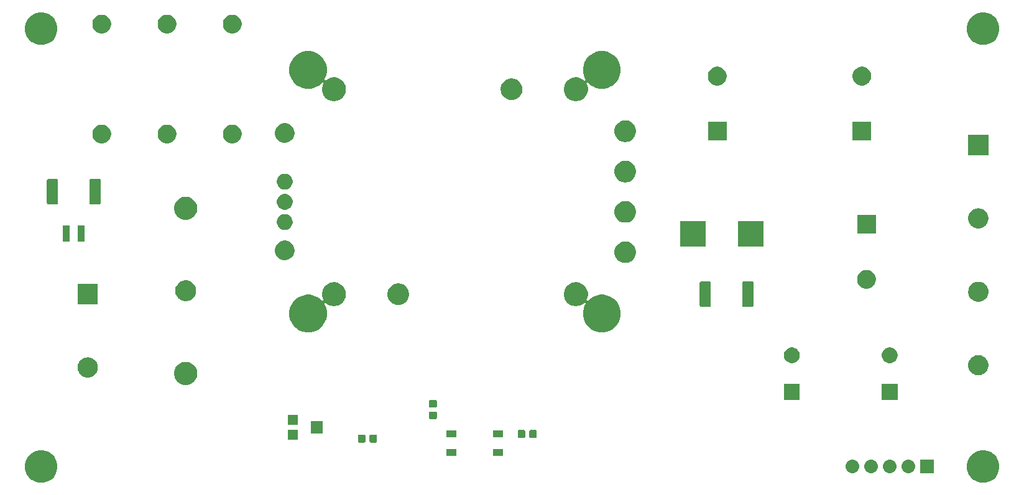
<source format=gbr>
G04 #@! TF.GenerationSoftware,KiCad,Pcbnew,(5.0.2)-1*
G04 #@! TF.CreationDate,2019-02-08T17:58:05-05:00*
G04 #@! TF.ProjectId,DC_DCBoard,44435f44-4342-46f6-9172-642e6b696361,rev?*
G04 #@! TF.SameCoordinates,Original*
G04 #@! TF.FileFunction,Soldermask,Top*
G04 #@! TF.FilePolarity,Negative*
%FSLAX46Y46*%
G04 Gerber Fmt 4.6, Leading zero omitted, Abs format (unit mm)*
G04 Created by KiCad (PCBNEW (5.0.2)-1) date 2/8/2019 5:58:05 PM*
%MOMM*%
%LPD*%
G01*
G04 APERTURE LIST*
%ADD10C,0.100000*%
G04 APERTURE END LIST*
D10*
G36*
X190145466Y-129230974D02*
X190514359Y-129304351D01*
X190919501Y-129472167D01*
X191284120Y-129715797D01*
X191594203Y-130025880D01*
X191837833Y-130390499D01*
X192005649Y-130795641D01*
X192091200Y-131225738D01*
X192091200Y-131664262D01*
X192005649Y-132094359D01*
X191837833Y-132499501D01*
X191594203Y-132864120D01*
X191284120Y-133174203D01*
X190919501Y-133417833D01*
X190514359Y-133585649D01*
X190145466Y-133659026D01*
X190084263Y-133671200D01*
X189645737Y-133671200D01*
X189584534Y-133659026D01*
X189215641Y-133585649D01*
X188810499Y-133417833D01*
X188445880Y-133174203D01*
X188135797Y-132864120D01*
X187892167Y-132499501D01*
X187724351Y-132094359D01*
X187638800Y-131664262D01*
X187638800Y-131225738D01*
X187724351Y-130795641D01*
X187892167Y-130390499D01*
X188135797Y-130025880D01*
X188445880Y-129715797D01*
X188810499Y-129472167D01*
X189215641Y-129304351D01*
X189584534Y-129230974D01*
X189645737Y-129218800D01*
X190084263Y-129218800D01*
X190145466Y-129230974D01*
X190145466Y-129230974D01*
G37*
G36*
X61875466Y-129230974D02*
X62244359Y-129304351D01*
X62649501Y-129472167D01*
X63014120Y-129715797D01*
X63324203Y-130025880D01*
X63567833Y-130390499D01*
X63735649Y-130795641D01*
X63821200Y-131225738D01*
X63821200Y-131664262D01*
X63735649Y-132094359D01*
X63567833Y-132499501D01*
X63324203Y-132864120D01*
X63014120Y-133174203D01*
X62649501Y-133417833D01*
X62244359Y-133585649D01*
X61875466Y-133659026D01*
X61814263Y-133671200D01*
X61375737Y-133671200D01*
X61314534Y-133659026D01*
X60945641Y-133585649D01*
X60540499Y-133417833D01*
X60175880Y-133174203D01*
X59865797Y-132864120D01*
X59622167Y-132499501D01*
X59454351Y-132094359D01*
X59368800Y-131664262D01*
X59368800Y-131225738D01*
X59454351Y-130795641D01*
X59622167Y-130390499D01*
X59865797Y-130025880D01*
X60175880Y-129715797D01*
X60540499Y-129472167D01*
X60945641Y-129304351D01*
X61314534Y-129230974D01*
X61375737Y-129218800D01*
X61814263Y-129218800D01*
X61875466Y-129230974D01*
X61875466Y-129230974D01*
G37*
G36*
X179886563Y-130532201D02*
X179886566Y-130532202D01*
X179886567Y-130532202D01*
X180061156Y-130585163D01*
X180061158Y-130585164D01*
X180061161Y-130585165D01*
X180222059Y-130671166D01*
X180363091Y-130786909D01*
X180478834Y-130927941D01*
X180564835Y-131088839D01*
X180617799Y-131263437D01*
X180635681Y-131445000D01*
X180617799Y-131626563D01*
X180564835Y-131801161D01*
X180478834Y-131962059D01*
X180363091Y-132103091D01*
X180222059Y-132218834D01*
X180061161Y-132304835D01*
X180061158Y-132304836D01*
X180061156Y-132304837D01*
X179886567Y-132357798D01*
X179886566Y-132357798D01*
X179886563Y-132357799D01*
X179750500Y-132371200D01*
X179659500Y-132371200D01*
X179523437Y-132357799D01*
X179523434Y-132357798D01*
X179523433Y-132357798D01*
X179348844Y-132304837D01*
X179348842Y-132304836D01*
X179348839Y-132304835D01*
X179187941Y-132218834D01*
X179046909Y-132103091D01*
X178931166Y-131962059D01*
X178845165Y-131801161D01*
X178792201Y-131626563D01*
X178774319Y-131445000D01*
X178792201Y-131263437D01*
X178845165Y-131088839D01*
X178931166Y-130927941D01*
X179046909Y-130786909D01*
X179187941Y-130671166D01*
X179348839Y-130585165D01*
X179348842Y-130585164D01*
X179348844Y-130585163D01*
X179523433Y-130532202D01*
X179523434Y-130532202D01*
X179523437Y-130532201D01*
X179659500Y-130518800D01*
X179750500Y-130518800D01*
X179886563Y-130532201D01*
X179886563Y-130532201D01*
G37*
G36*
X183171200Y-132371200D02*
X181318800Y-132371200D01*
X181318800Y-130518800D01*
X183171200Y-130518800D01*
X183171200Y-132371200D01*
X183171200Y-132371200D01*
G37*
G36*
X172266563Y-130532201D02*
X172266566Y-130532202D01*
X172266567Y-130532202D01*
X172441156Y-130585163D01*
X172441158Y-130585164D01*
X172441161Y-130585165D01*
X172602059Y-130671166D01*
X172743091Y-130786909D01*
X172858834Y-130927941D01*
X172944835Y-131088839D01*
X172997799Y-131263437D01*
X173015681Y-131445000D01*
X172997799Y-131626563D01*
X172944835Y-131801161D01*
X172858834Y-131962059D01*
X172743091Y-132103091D01*
X172602059Y-132218834D01*
X172441161Y-132304835D01*
X172441158Y-132304836D01*
X172441156Y-132304837D01*
X172266567Y-132357798D01*
X172266566Y-132357798D01*
X172266563Y-132357799D01*
X172130500Y-132371200D01*
X172039500Y-132371200D01*
X171903437Y-132357799D01*
X171903434Y-132357798D01*
X171903433Y-132357798D01*
X171728844Y-132304837D01*
X171728842Y-132304836D01*
X171728839Y-132304835D01*
X171567941Y-132218834D01*
X171426909Y-132103091D01*
X171311166Y-131962059D01*
X171225165Y-131801161D01*
X171172201Y-131626563D01*
X171154319Y-131445000D01*
X171172201Y-131263437D01*
X171225165Y-131088839D01*
X171311166Y-130927941D01*
X171426909Y-130786909D01*
X171567941Y-130671166D01*
X171728839Y-130585165D01*
X171728842Y-130585164D01*
X171728844Y-130585163D01*
X171903433Y-130532202D01*
X171903434Y-130532202D01*
X171903437Y-130532201D01*
X172039500Y-130518800D01*
X172130500Y-130518800D01*
X172266563Y-130532201D01*
X172266563Y-130532201D01*
G37*
G36*
X174806563Y-130532201D02*
X174806566Y-130532202D01*
X174806567Y-130532202D01*
X174981156Y-130585163D01*
X174981158Y-130585164D01*
X174981161Y-130585165D01*
X175142059Y-130671166D01*
X175283091Y-130786909D01*
X175398834Y-130927941D01*
X175484835Y-131088839D01*
X175537799Y-131263437D01*
X175555681Y-131445000D01*
X175537799Y-131626563D01*
X175484835Y-131801161D01*
X175398834Y-131962059D01*
X175283091Y-132103091D01*
X175142059Y-132218834D01*
X174981161Y-132304835D01*
X174981158Y-132304836D01*
X174981156Y-132304837D01*
X174806567Y-132357798D01*
X174806566Y-132357798D01*
X174806563Y-132357799D01*
X174670500Y-132371200D01*
X174579500Y-132371200D01*
X174443437Y-132357799D01*
X174443434Y-132357798D01*
X174443433Y-132357798D01*
X174268844Y-132304837D01*
X174268842Y-132304836D01*
X174268839Y-132304835D01*
X174107941Y-132218834D01*
X173966909Y-132103091D01*
X173851166Y-131962059D01*
X173765165Y-131801161D01*
X173712201Y-131626563D01*
X173694319Y-131445000D01*
X173712201Y-131263437D01*
X173765165Y-131088839D01*
X173851166Y-130927941D01*
X173966909Y-130786909D01*
X174107941Y-130671166D01*
X174268839Y-130585165D01*
X174268842Y-130585164D01*
X174268844Y-130585163D01*
X174443433Y-130532202D01*
X174443434Y-130532202D01*
X174443437Y-130532201D01*
X174579500Y-130518800D01*
X174670500Y-130518800D01*
X174806563Y-130532201D01*
X174806563Y-130532201D01*
G37*
G36*
X177346563Y-130532201D02*
X177346566Y-130532202D01*
X177346567Y-130532202D01*
X177521156Y-130585163D01*
X177521158Y-130585164D01*
X177521161Y-130585165D01*
X177682059Y-130671166D01*
X177823091Y-130786909D01*
X177938834Y-130927941D01*
X178024835Y-131088839D01*
X178077799Y-131263437D01*
X178095681Y-131445000D01*
X178077799Y-131626563D01*
X178024835Y-131801161D01*
X177938834Y-131962059D01*
X177823091Y-132103091D01*
X177682059Y-132218834D01*
X177521161Y-132304835D01*
X177521158Y-132304836D01*
X177521156Y-132304837D01*
X177346567Y-132357798D01*
X177346566Y-132357798D01*
X177346563Y-132357799D01*
X177210500Y-132371200D01*
X177119500Y-132371200D01*
X176983437Y-132357799D01*
X176983434Y-132357798D01*
X176983433Y-132357798D01*
X176808844Y-132304837D01*
X176808842Y-132304836D01*
X176808839Y-132304835D01*
X176647941Y-132218834D01*
X176506909Y-132103091D01*
X176391166Y-131962059D01*
X176305165Y-131801161D01*
X176252201Y-131626563D01*
X176234319Y-131445000D01*
X176252201Y-131263437D01*
X176305165Y-131088839D01*
X176391166Y-130927941D01*
X176506909Y-130786909D01*
X176647941Y-130671166D01*
X176808839Y-130585165D01*
X176808842Y-130585164D01*
X176808844Y-130585163D01*
X176983433Y-130532202D01*
X176983434Y-130532202D01*
X176983437Y-130532201D01*
X177119500Y-130518800D01*
X177210500Y-130518800D01*
X177346563Y-130532201D01*
X177346563Y-130532201D01*
G37*
G36*
X124451200Y-130016200D02*
X123098800Y-130016200D01*
X123098800Y-129063800D01*
X124451200Y-129063800D01*
X124451200Y-130016200D01*
X124451200Y-130016200D01*
G37*
G36*
X118151200Y-130016200D02*
X116798800Y-130016200D01*
X116798800Y-129063800D01*
X118151200Y-129063800D01*
X118151200Y-130016200D01*
X118151200Y-130016200D01*
G37*
G36*
X107189649Y-127088127D02*
X107225991Y-127099152D01*
X107259490Y-127117058D01*
X107288849Y-127141151D01*
X107312942Y-127170510D01*
X107330848Y-127204009D01*
X107341873Y-127240351D01*
X107346200Y-127284290D01*
X107346200Y-127985710D01*
X107341873Y-128029649D01*
X107330848Y-128065991D01*
X107312942Y-128099490D01*
X107288849Y-128128849D01*
X107259490Y-128152942D01*
X107225991Y-128170848D01*
X107189649Y-128181873D01*
X107145710Y-128186200D01*
X106519290Y-128186200D01*
X106475351Y-128181873D01*
X106439009Y-128170848D01*
X106405510Y-128152942D01*
X106376151Y-128128849D01*
X106352058Y-128099490D01*
X106334152Y-128065991D01*
X106323127Y-128029649D01*
X106318800Y-127985710D01*
X106318800Y-127284290D01*
X106323127Y-127240351D01*
X106334152Y-127204009D01*
X106352058Y-127170510D01*
X106376151Y-127141151D01*
X106405510Y-127117058D01*
X106439009Y-127099152D01*
X106475351Y-127088127D01*
X106519290Y-127083800D01*
X107145710Y-127083800D01*
X107189649Y-127088127D01*
X107189649Y-127088127D01*
G37*
G36*
X105614649Y-127088127D02*
X105650991Y-127099152D01*
X105684490Y-127117058D01*
X105713849Y-127141151D01*
X105737942Y-127170510D01*
X105755848Y-127204009D01*
X105766873Y-127240351D01*
X105771200Y-127284290D01*
X105771200Y-127985710D01*
X105766873Y-128029649D01*
X105755848Y-128065991D01*
X105737942Y-128099490D01*
X105713849Y-128128849D01*
X105684490Y-128152942D01*
X105650991Y-128170848D01*
X105614649Y-128181873D01*
X105570710Y-128186200D01*
X104944290Y-128186200D01*
X104900351Y-128181873D01*
X104864009Y-128170848D01*
X104830510Y-128152942D01*
X104801151Y-128128849D01*
X104777058Y-128099490D01*
X104759152Y-128065991D01*
X104748127Y-128029649D01*
X104743800Y-127985710D01*
X104743800Y-127284290D01*
X104748127Y-127240351D01*
X104759152Y-127204009D01*
X104777058Y-127170510D01*
X104801151Y-127141151D01*
X104830510Y-127117058D01*
X104864009Y-127099152D01*
X104900351Y-127088127D01*
X104944290Y-127083800D01*
X105570710Y-127083800D01*
X105614649Y-127088127D01*
X105614649Y-127088127D01*
G37*
G36*
X96561200Y-127771200D02*
X95208800Y-127771200D01*
X95208800Y-126418800D01*
X96561200Y-126418800D01*
X96561200Y-127771200D01*
X96561200Y-127771200D01*
G37*
G36*
X128932149Y-126453127D02*
X128968491Y-126464152D01*
X129001990Y-126482058D01*
X129031349Y-126506151D01*
X129055442Y-126535510D01*
X129073348Y-126569009D01*
X129084373Y-126605351D01*
X129088700Y-126649290D01*
X129088700Y-127350710D01*
X129084373Y-127394649D01*
X129073348Y-127430991D01*
X129055442Y-127464490D01*
X129031349Y-127493849D01*
X129001990Y-127517942D01*
X128968491Y-127535848D01*
X128932149Y-127546873D01*
X128888210Y-127551200D01*
X128261790Y-127551200D01*
X128217851Y-127546873D01*
X128181509Y-127535848D01*
X128148010Y-127517942D01*
X128118651Y-127493849D01*
X128094558Y-127464490D01*
X128076652Y-127430991D01*
X128065627Y-127394649D01*
X128061300Y-127350710D01*
X128061300Y-126649290D01*
X128065627Y-126605351D01*
X128076652Y-126569009D01*
X128094558Y-126535510D01*
X128118651Y-126506151D01*
X128148010Y-126482058D01*
X128181509Y-126464152D01*
X128217851Y-126453127D01*
X128261790Y-126448800D01*
X128888210Y-126448800D01*
X128932149Y-126453127D01*
X128932149Y-126453127D01*
G37*
G36*
X127357149Y-126453127D02*
X127393491Y-126464152D01*
X127426990Y-126482058D01*
X127456349Y-126506151D01*
X127480442Y-126535510D01*
X127498348Y-126569009D01*
X127509373Y-126605351D01*
X127513700Y-126649290D01*
X127513700Y-127350710D01*
X127509373Y-127394649D01*
X127498348Y-127430991D01*
X127480442Y-127464490D01*
X127456349Y-127493849D01*
X127426990Y-127517942D01*
X127393491Y-127535848D01*
X127357149Y-127546873D01*
X127313210Y-127551200D01*
X126686790Y-127551200D01*
X126642851Y-127546873D01*
X126606509Y-127535848D01*
X126573010Y-127517942D01*
X126543651Y-127493849D01*
X126519558Y-127464490D01*
X126501652Y-127430991D01*
X126490627Y-127394649D01*
X126486300Y-127350710D01*
X126486300Y-126649290D01*
X126490627Y-126605351D01*
X126501652Y-126569009D01*
X126519558Y-126535510D01*
X126543651Y-126506151D01*
X126573010Y-126482058D01*
X126606509Y-126464152D01*
X126642851Y-126453127D01*
X126686790Y-126448800D01*
X127313210Y-126448800D01*
X127357149Y-126453127D01*
X127357149Y-126453127D01*
G37*
G36*
X118151200Y-127476200D02*
X116798800Y-127476200D01*
X116798800Y-126523800D01*
X118151200Y-126523800D01*
X118151200Y-127476200D01*
X118151200Y-127476200D01*
G37*
G36*
X124451200Y-127476200D02*
X123098800Y-127476200D01*
X123098800Y-126523800D01*
X124451200Y-126523800D01*
X124451200Y-127476200D01*
X124451200Y-127476200D01*
G37*
G36*
X99961200Y-126971200D02*
X98308800Y-126971200D01*
X98308800Y-125218800D01*
X99961200Y-125218800D01*
X99961200Y-126971200D01*
X99961200Y-126971200D01*
G37*
G36*
X96561200Y-125771200D02*
X95208800Y-125771200D01*
X95208800Y-124418800D01*
X96561200Y-124418800D01*
X96561200Y-125771200D01*
X96561200Y-125771200D01*
G37*
G36*
X115329649Y-123950627D02*
X115365991Y-123961652D01*
X115399490Y-123979558D01*
X115428849Y-124003651D01*
X115452942Y-124033010D01*
X115470848Y-124066509D01*
X115481873Y-124102851D01*
X115486200Y-124146790D01*
X115486200Y-124773210D01*
X115481873Y-124817149D01*
X115470848Y-124853491D01*
X115452942Y-124886990D01*
X115428849Y-124916349D01*
X115399490Y-124940442D01*
X115365991Y-124958348D01*
X115329649Y-124969373D01*
X115285710Y-124973700D01*
X114584290Y-124973700D01*
X114540351Y-124969373D01*
X114504009Y-124958348D01*
X114470510Y-124940442D01*
X114441151Y-124916349D01*
X114417058Y-124886990D01*
X114399152Y-124853491D01*
X114388127Y-124817149D01*
X114383800Y-124773210D01*
X114383800Y-124146790D01*
X114388127Y-124102851D01*
X114399152Y-124066509D01*
X114417058Y-124033010D01*
X114441151Y-124003651D01*
X114470510Y-123979558D01*
X114504009Y-123961652D01*
X114540351Y-123950627D01*
X114584290Y-123946300D01*
X115285710Y-123946300D01*
X115329649Y-123950627D01*
X115329649Y-123950627D01*
G37*
G36*
X115329649Y-122375627D02*
X115365991Y-122386652D01*
X115399490Y-122404558D01*
X115428849Y-122428651D01*
X115452942Y-122458010D01*
X115470848Y-122491509D01*
X115481873Y-122527851D01*
X115486200Y-122571790D01*
X115486200Y-123198210D01*
X115481873Y-123242149D01*
X115470848Y-123278491D01*
X115452942Y-123311990D01*
X115428849Y-123341349D01*
X115399490Y-123365442D01*
X115365991Y-123383348D01*
X115329649Y-123394373D01*
X115285710Y-123398700D01*
X114584290Y-123398700D01*
X114540351Y-123394373D01*
X114504009Y-123383348D01*
X114470510Y-123365442D01*
X114441151Y-123341349D01*
X114417058Y-123311990D01*
X114399152Y-123278491D01*
X114388127Y-123242149D01*
X114383800Y-123198210D01*
X114383800Y-122571790D01*
X114388127Y-122527851D01*
X114399152Y-122491509D01*
X114417058Y-122458010D01*
X114441151Y-122428651D01*
X114470510Y-122404558D01*
X114504009Y-122386652D01*
X114540351Y-122375627D01*
X114584290Y-122371300D01*
X115285710Y-122371300D01*
X115329649Y-122375627D01*
X115329649Y-122375627D01*
G37*
G36*
X164906200Y-122361200D02*
X162753800Y-122361200D01*
X162753800Y-120208800D01*
X164906200Y-120208800D01*
X164906200Y-122361200D01*
X164906200Y-122361200D01*
G37*
G36*
X178241200Y-122361200D02*
X176088800Y-122361200D01*
X176088800Y-120208800D01*
X178241200Y-120208800D01*
X178241200Y-122361200D01*
X178241200Y-122361200D01*
G37*
G36*
X81485765Y-117178850D02*
X81739761Y-117229372D01*
X82026611Y-117348189D01*
X82284769Y-117520685D01*
X82504315Y-117740231D01*
X82676811Y-117998389D01*
X82795628Y-118285239D01*
X82856200Y-118589758D01*
X82856200Y-118900242D01*
X82795628Y-119204761D01*
X82676811Y-119491611D01*
X82504315Y-119749769D01*
X82284769Y-119969315D01*
X82026611Y-120141811D01*
X81739761Y-120260628D01*
X81485765Y-120311150D01*
X81435243Y-120321200D01*
X81124757Y-120321200D01*
X81074235Y-120311150D01*
X80820239Y-120260628D01*
X80533389Y-120141811D01*
X80275231Y-119969315D01*
X80055685Y-119749769D01*
X79883189Y-119491611D01*
X79764372Y-119204761D01*
X79703800Y-118900242D01*
X79703800Y-118589758D01*
X79764372Y-118285239D01*
X79883189Y-117998389D01*
X80055685Y-117740231D01*
X80275231Y-117520685D01*
X80533389Y-117348189D01*
X80820239Y-117229372D01*
X81074235Y-117178850D01*
X81124757Y-117168800D01*
X81435243Y-117168800D01*
X81485765Y-117178850D01*
X81485765Y-117178850D01*
G37*
G36*
X68147014Y-116587021D02*
X68346423Y-116626686D01*
X68596875Y-116730427D01*
X68693175Y-116794773D01*
X68822279Y-116881038D01*
X69013962Y-117072721D01*
X69013964Y-117072724D01*
X69164573Y-117298125D01*
X69268314Y-117548577D01*
X69321200Y-117814456D01*
X69321200Y-118085544D01*
X69268314Y-118351423D01*
X69164573Y-118601875D01*
X69164572Y-118601876D01*
X69013962Y-118827279D01*
X68822279Y-119018962D01*
X68822276Y-119018964D01*
X68596875Y-119169573D01*
X68346423Y-119273314D01*
X68147014Y-119312978D01*
X68080545Y-119326200D01*
X67809455Y-119326200D01*
X67742986Y-119312978D01*
X67543577Y-119273314D01*
X67293125Y-119169573D01*
X67067724Y-119018964D01*
X67067721Y-119018962D01*
X66876038Y-118827279D01*
X66725428Y-118601876D01*
X66725427Y-118601875D01*
X66621686Y-118351423D01*
X66568800Y-118085544D01*
X66568800Y-117814456D01*
X66621686Y-117548577D01*
X66725427Y-117298125D01*
X66876036Y-117072724D01*
X66876038Y-117072721D01*
X67067721Y-116881038D01*
X67196825Y-116794773D01*
X67293125Y-116730427D01*
X67543577Y-116626686D01*
X67742986Y-116587021D01*
X67809455Y-116573800D01*
X68080545Y-116573800D01*
X68147014Y-116587021D01*
X68147014Y-116587021D01*
G37*
G36*
X189432014Y-116267021D02*
X189631423Y-116306686D01*
X189881875Y-116410427D01*
X189881876Y-116410428D01*
X190107279Y-116561038D01*
X190298962Y-116752721D01*
X190298964Y-116752724D01*
X190449573Y-116978125D01*
X190553314Y-117228577D01*
X190606200Y-117494456D01*
X190606200Y-117765544D01*
X190553314Y-118031423D01*
X190449573Y-118281875D01*
X190449572Y-118281876D01*
X190298962Y-118507279D01*
X190107279Y-118698962D01*
X190107276Y-118698964D01*
X189881875Y-118849573D01*
X189631423Y-118953314D01*
X189432014Y-118992979D01*
X189365545Y-119006200D01*
X189094455Y-119006200D01*
X189027986Y-118992979D01*
X188828577Y-118953314D01*
X188578125Y-118849573D01*
X188352724Y-118698964D01*
X188352721Y-118698962D01*
X188161038Y-118507279D01*
X188010428Y-118281876D01*
X188010427Y-118281875D01*
X187906686Y-118031423D01*
X187853800Y-117765544D01*
X187853800Y-117494456D01*
X187906686Y-117228577D01*
X188010427Y-116978125D01*
X188161036Y-116752724D01*
X188161038Y-116752721D01*
X188352721Y-116561038D01*
X188578124Y-116410428D01*
X188578125Y-116410427D01*
X188828577Y-116306686D01*
X189027986Y-116267021D01*
X189094455Y-116253800D01*
X189365545Y-116253800D01*
X189432014Y-116267021D01*
X189432014Y-116267021D01*
G37*
G36*
X177478916Y-115250158D02*
X177674773Y-115331284D01*
X177851038Y-115449061D01*
X178000939Y-115598962D01*
X178118716Y-115775227D01*
X178199842Y-115971084D01*
X178241200Y-116179003D01*
X178241200Y-116390997D01*
X178199842Y-116598916D01*
X178118716Y-116794773D01*
X178000939Y-116971038D01*
X177851038Y-117120939D01*
X177674773Y-117238716D01*
X177478916Y-117319842D01*
X177270997Y-117361200D01*
X177059003Y-117361200D01*
X176851084Y-117319842D01*
X176655227Y-117238716D01*
X176478962Y-117120939D01*
X176329061Y-116971038D01*
X176211284Y-116794773D01*
X176130158Y-116598916D01*
X176088800Y-116390997D01*
X176088800Y-116179003D01*
X176130158Y-115971084D01*
X176211284Y-115775227D01*
X176329061Y-115598962D01*
X176478962Y-115449061D01*
X176655227Y-115331284D01*
X176851084Y-115250158D01*
X177059003Y-115208800D01*
X177270997Y-115208800D01*
X177478916Y-115250158D01*
X177478916Y-115250158D01*
G37*
G36*
X164143916Y-115250158D02*
X164339773Y-115331284D01*
X164516038Y-115449061D01*
X164665939Y-115598962D01*
X164783716Y-115775227D01*
X164864842Y-115971084D01*
X164906200Y-116179003D01*
X164906200Y-116390997D01*
X164864842Y-116598916D01*
X164783716Y-116794773D01*
X164665939Y-116971038D01*
X164516038Y-117120939D01*
X164339773Y-117238716D01*
X164143916Y-117319842D01*
X163935997Y-117361200D01*
X163724003Y-117361200D01*
X163516084Y-117319842D01*
X163320227Y-117238716D01*
X163143962Y-117120939D01*
X162994061Y-116971038D01*
X162876284Y-116794773D01*
X162795158Y-116598916D01*
X162753800Y-116390997D01*
X162753800Y-116179003D01*
X162795158Y-115971084D01*
X162876284Y-115775227D01*
X162994061Y-115598962D01*
X163143962Y-115449061D01*
X163320227Y-115331284D01*
X163516084Y-115250158D01*
X163724003Y-115208800D01*
X163935997Y-115208800D01*
X164143916Y-115250158D01*
X164143916Y-115250158D01*
G37*
G36*
X101802256Y-106355047D02*
X101959345Y-106386294D01*
X102017609Y-106410428D01*
X102255293Y-106508880D01*
X102521645Y-106686850D01*
X102748150Y-106913355D01*
X102926120Y-107179707D01*
X102997929Y-107353069D01*
X103048706Y-107475655D01*
X103052446Y-107494456D01*
X103111200Y-107789832D01*
X103111200Y-108110168D01*
X103099187Y-108170559D01*
X103048706Y-108424345D01*
X103014353Y-108507279D01*
X102926120Y-108720293D01*
X102748150Y-108986645D01*
X102521645Y-109213150D01*
X102255293Y-109391120D01*
X102081931Y-109462929D01*
X101959345Y-109513706D01*
X101824703Y-109540488D01*
X101645168Y-109576200D01*
X101324832Y-109576200D01*
X101145297Y-109540488D01*
X101010655Y-109513706D01*
X100888069Y-109462929D01*
X100714707Y-109391120D01*
X100448355Y-109213150D01*
X100398584Y-109163379D01*
X100379642Y-109147833D01*
X100358031Y-109136282D01*
X100334582Y-109129169D01*
X100310196Y-109126767D01*
X100285810Y-109129169D01*
X100262361Y-109136282D01*
X100240750Y-109147833D01*
X100221808Y-109163379D01*
X100206262Y-109182321D01*
X100194711Y-109203932D01*
X100187598Y-109227381D01*
X100185196Y-109251767D01*
X100187598Y-109276153D01*
X100194711Y-109299602D01*
X100206262Y-109321213D01*
X100233569Y-109362081D01*
X100427391Y-109830009D01*
X100526200Y-110326757D01*
X100526200Y-110833243D01*
X100427391Y-111329991D01*
X100233569Y-111797919D01*
X100233568Y-111797920D01*
X99952182Y-112219044D01*
X99594044Y-112577182D01*
X99313295Y-112764773D01*
X99172919Y-112858569D01*
X98704991Y-113052391D01*
X98208243Y-113151200D01*
X97701757Y-113151200D01*
X97205009Y-113052391D01*
X96737081Y-112858569D01*
X96596705Y-112764773D01*
X96315956Y-112577182D01*
X95957818Y-112219044D01*
X95676432Y-111797920D01*
X95676431Y-111797919D01*
X95482609Y-111329991D01*
X95383800Y-110833243D01*
X95383800Y-110326757D01*
X95482609Y-109830009D01*
X95676431Y-109362081D01*
X95770227Y-109221705D01*
X95957818Y-108940956D01*
X96315956Y-108582818D01*
X96737080Y-108301432D01*
X96737081Y-108301431D01*
X97205009Y-108107609D01*
X97701757Y-108008800D01*
X98208243Y-108008800D01*
X98704991Y-108107609D01*
X99172919Y-108301431D01*
X99172920Y-108301432D01*
X99594044Y-108582818D01*
X99820395Y-108809169D01*
X99839337Y-108824715D01*
X99860948Y-108836266D01*
X99884397Y-108843379D01*
X99908783Y-108845781D01*
X99933169Y-108843379D01*
X99956618Y-108836266D01*
X99978229Y-108824715D01*
X99997171Y-108809169D01*
X100012717Y-108790227D01*
X100024268Y-108768616D01*
X100031381Y-108745167D01*
X100033783Y-108720781D01*
X100031381Y-108696395D01*
X100024268Y-108672946D01*
X99921294Y-108424344D01*
X99858800Y-108110168D01*
X99858800Y-107789832D01*
X99917554Y-107494456D01*
X99921294Y-107475655D01*
X99972071Y-107353069D01*
X100043880Y-107179707D01*
X100221850Y-106913355D01*
X100448355Y-106686850D01*
X100714707Y-106508880D01*
X100952391Y-106410428D01*
X101010655Y-106386294D01*
X101167744Y-106355047D01*
X101324832Y-106323800D01*
X101645168Y-106323800D01*
X101802256Y-106355047D01*
X101802256Y-106355047D01*
G37*
G36*
X134742256Y-106355047D02*
X134899345Y-106386294D01*
X134957609Y-106410428D01*
X135195293Y-106508880D01*
X135461645Y-106686850D01*
X135688150Y-106913355D01*
X135866120Y-107179707D01*
X135937929Y-107353069D01*
X135988706Y-107475655D01*
X135992446Y-107494456D01*
X136051200Y-107789832D01*
X136051200Y-108110168D01*
X135988706Y-108424344D01*
X135885732Y-108672946D01*
X135878619Y-108696395D01*
X135876217Y-108720781D01*
X135878619Y-108745167D01*
X135885732Y-108768616D01*
X135897283Y-108790227D01*
X135912829Y-108809169D01*
X135931771Y-108824715D01*
X135953382Y-108836266D01*
X135976831Y-108843379D01*
X136001217Y-108845781D01*
X136025603Y-108843379D01*
X136049052Y-108836266D01*
X136070663Y-108824715D01*
X136089605Y-108809169D01*
X136315956Y-108582818D01*
X136737080Y-108301432D01*
X136737081Y-108301431D01*
X137205009Y-108107609D01*
X137701757Y-108008800D01*
X138208243Y-108008800D01*
X138704991Y-108107609D01*
X139172919Y-108301431D01*
X139172920Y-108301432D01*
X139594044Y-108582818D01*
X139952182Y-108940956D01*
X140139773Y-109221705D01*
X140233569Y-109362081D01*
X140427391Y-109830009D01*
X140526200Y-110326757D01*
X140526200Y-110833243D01*
X140427391Y-111329991D01*
X140233569Y-111797919D01*
X140233568Y-111797920D01*
X139952182Y-112219044D01*
X139594044Y-112577182D01*
X139313295Y-112764773D01*
X139172919Y-112858569D01*
X138704991Y-113052391D01*
X138208243Y-113151200D01*
X137701757Y-113151200D01*
X137205009Y-113052391D01*
X136737081Y-112858569D01*
X136596705Y-112764773D01*
X136315956Y-112577182D01*
X135957818Y-112219044D01*
X135676432Y-111797920D01*
X135676431Y-111797919D01*
X135482609Y-111329991D01*
X135383800Y-110833243D01*
X135383800Y-110326757D01*
X135482609Y-109830009D01*
X135676431Y-109362081D01*
X135703738Y-109321213D01*
X135715289Y-109299603D01*
X135722402Y-109276153D01*
X135724804Y-109251767D01*
X135722402Y-109227381D01*
X135715289Y-109203932D01*
X135703738Y-109182321D01*
X135688192Y-109163379D01*
X135669250Y-109147833D01*
X135647640Y-109136282D01*
X135624190Y-109129169D01*
X135599804Y-109126767D01*
X135575418Y-109129169D01*
X135551969Y-109136282D01*
X135530358Y-109147833D01*
X135511416Y-109163379D01*
X135461645Y-109213150D01*
X135195293Y-109391120D01*
X135021931Y-109462929D01*
X134899345Y-109513706D01*
X134764703Y-109540488D01*
X134585168Y-109576200D01*
X134264832Y-109576200D01*
X134085297Y-109540488D01*
X133950655Y-109513706D01*
X133828069Y-109462929D01*
X133654707Y-109391120D01*
X133388355Y-109213150D01*
X133161850Y-108986645D01*
X132983880Y-108720293D01*
X132895647Y-108507279D01*
X132861294Y-108424345D01*
X132810813Y-108170559D01*
X132798800Y-108110168D01*
X132798800Y-107789832D01*
X132857554Y-107494456D01*
X132861294Y-107475655D01*
X132912071Y-107353069D01*
X132983880Y-107179707D01*
X133161850Y-106913355D01*
X133388355Y-106686850D01*
X133654707Y-106508880D01*
X133892391Y-106410428D01*
X133950655Y-106386294D01*
X134107744Y-106355047D01*
X134264832Y-106323800D01*
X134585168Y-106323800D01*
X134742256Y-106355047D01*
X134742256Y-106355047D01*
G37*
G36*
X152630488Y-106203227D02*
X152667804Y-106214546D01*
X152702191Y-106232927D01*
X152732335Y-106257665D01*
X152757073Y-106287809D01*
X152775454Y-106322196D01*
X152786773Y-106359512D01*
X152791200Y-106404459D01*
X152791200Y-109495541D01*
X152786773Y-109540488D01*
X152775454Y-109577804D01*
X152757073Y-109612191D01*
X152732335Y-109642335D01*
X152702191Y-109667073D01*
X152667804Y-109685454D01*
X152630488Y-109696773D01*
X152585541Y-109701200D01*
X151494459Y-109701200D01*
X151449512Y-109696773D01*
X151412196Y-109685454D01*
X151377809Y-109667073D01*
X151347665Y-109642335D01*
X151322927Y-109612191D01*
X151304546Y-109577804D01*
X151293227Y-109540488D01*
X151288800Y-109495541D01*
X151288800Y-106404459D01*
X151293227Y-106359512D01*
X151304546Y-106322196D01*
X151322927Y-106287809D01*
X151347665Y-106257665D01*
X151377809Y-106232927D01*
X151412196Y-106214546D01*
X151449512Y-106203227D01*
X151494459Y-106198800D01*
X152585541Y-106198800D01*
X152630488Y-106203227D01*
X152630488Y-106203227D01*
G37*
G36*
X158430488Y-106203227D02*
X158467804Y-106214546D01*
X158502191Y-106232927D01*
X158532335Y-106257665D01*
X158557073Y-106287809D01*
X158575454Y-106322196D01*
X158586773Y-106359512D01*
X158591200Y-106404459D01*
X158591200Y-109495541D01*
X158586773Y-109540488D01*
X158575454Y-109577804D01*
X158557073Y-109612191D01*
X158532335Y-109642335D01*
X158502191Y-109667073D01*
X158467804Y-109685454D01*
X158430488Y-109696773D01*
X158385541Y-109701200D01*
X157294459Y-109701200D01*
X157249512Y-109696773D01*
X157212196Y-109685454D01*
X157177809Y-109667073D01*
X157147665Y-109642335D01*
X157122927Y-109612191D01*
X157104546Y-109577804D01*
X157093227Y-109540488D01*
X157088800Y-109495541D01*
X157088800Y-106404459D01*
X157093227Y-106359512D01*
X157104546Y-106322196D01*
X157122927Y-106287809D01*
X157147665Y-106257665D01*
X157177809Y-106232927D01*
X157212196Y-106214546D01*
X157249512Y-106203227D01*
X157294459Y-106198800D01*
X158385541Y-106198800D01*
X158430488Y-106203227D01*
X158430488Y-106203227D01*
G37*
G36*
X110532017Y-106507069D02*
X110674133Y-106535337D01*
X110941875Y-106646239D01*
X111182836Y-106807244D01*
X111387756Y-107012164D01*
X111548761Y-107253125D01*
X111648723Y-107494456D01*
X111659663Y-107520868D01*
X111716200Y-107805098D01*
X111716200Y-108094902D01*
X111713163Y-108110168D01*
X111659663Y-108379133D01*
X111548761Y-108646875D01*
X111387756Y-108887836D01*
X111182836Y-109092756D01*
X110941875Y-109253761D01*
X110674133Y-109364663D01*
X110541129Y-109391119D01*
X110389902Y-109421200D01*
X110100098Y-109421200D01*
X109948871Y-109391119D01*
X109815867Y-109364663D01*
X109548125Y-109253761D01*
X109307164Y-109092756D01*
X109102244Y-108887836D01*
X108941239Y-108646875D01*
X108830337Y-108379133D01*
X108776837Y-108110168D01*
X108773800Y-108094902D01*
X108773800Y-107805098D01*
X108830337Y-107520868D01*
X108841277Y-107494456D01*
X108941239Y-107253125D01*
X109102244Y-107012164D01*
X109307164Y-106807244D01*
X109548125Y-106646239D01*
X109815867Y-106535337D01*
X109957983Y-106507069D01*
X110100098Y-106478800D01*
X110389902Y-106478800D01*
X110532017Y-106507069D01*
X110532017Y-106507069D01*
G37*
G36*
X69321200Y-109326200D02*
X66568800Y-109326200D01*
X66568800Y-106573800D01*
X69321200Y-106573800D01*
X69321200Y-109326200D01*
X69321200Y-109326200D01*
G37*
G36*
X189432014Y-106267021D02*
X189631423Y-106306686D01*
X189881875Y-106410427D01*
X189881876Y-106410428D01*
X190107279Y-106561038D01*
X190298962Y-106752721D01*
X190298964Y-106752724D01*
X190449573Y-106978125D01*
X190553314Y-107228577D01*
X190592979Y-107427986D01*
X190602461Y-107475656D01*
X190606200Y-107494456D01*
X190606200Y-107765544D01*
X190553314Y-108031423D01*
X190449573Y-108281875D01*
X190384587Y-108379133D01*
X190298962Y-108507279D01*
X190107279Y-108698962D01*
X190107276Y-108698964D01*
X189881875Y-108849573D01*
X189631423Y-108953314D01*
X189432014Y-108992979D01*
X189365545Y-109006200D01*
X189094455Y-109006200D01*
X189027986Y-108992979D01*
X188828577Y-108953314D01*
X188578125Y-108849573D01*
X188352724Y-108698964D01*
X188352721Y-108698962D01*
X188161038Y-108507279D01*
X188075413Y-108379133D01*
X188010427Y-108281875D01*
X187906686Y-108031423D01*
X187853800Y-107765544D01*
X187853800Y-107494456D01*
X187857540Y-107475656D01*
X187867021Y-107427986D01*
X187906686Y-107228577D01*
X188010427Y-106978125D01*
X188161036Y-106752724D01*
X188161038Y-106752721D01*
X188352721Y-106561038D01*
X188578124Y-106410428D01*
X188578125Y-106410427D01*
X188828577Y-106306686D01*
X189027986Y-106267021D01*
X189094455Y-106253800D01*
X189365545Y-106253800D01*
X189432014Y-106267021D01*
X189432014Y-106267021D01*
G37*
G36*
X81696006Y-106123607D02*
X81955558Y-106231117D01*
X82189153Y-106387200D01*
X82387800Y-106585847D01*
X82543883Y-106819442D01*
X82651393Y-107078994D01*
X82706200Y-107354530D01*
X82706200Y-107635470D01*
X82651393Y-107911006D01*
X82543883Y-108170558D01*
X82387800Y-108404153D01*
X82189153Y-108602800D01*
X81955558Y-108758883D01*
X81696006Y-108866393D01*
X81420470Y-108921200D01*
X81139530Y-108921200D01*
X80863994Y-108866393D01*
X80604442Y-108758883D01*
X80370847Y-108602800D01*
X80172200Y-108404153D01*
X80016117Y-108170558D01*
X79908607Y-107911006D01*
X79853800Y-107635470D01*
X79853800Y-107354530D01*
X79908607Y-107078994D01*
X80016117Y-106819442D01*
X80172200Y-106585847D01*
X80370847Y-106387200D01*
X80604442Y-106231117D01*
X80863994Y-106123607D01*
X81139530Y-106068800D01*
X81420470Y-106068800D01*
X81696006Y-106123607D01*
X81696006Y-106123607D01*
G37*
G36*
X174362254Y-104697843D02*
X174594506Y-104794045D01*
X174803532Y-104933712D01*
X174981288Y-105111468D01*
X175120955Y-105320494D01*
X175217157Y-105552746D01*
X175266200Y-105799304D01*
X175266200Y-106050696D01*
X175217157Y-106297254D01*
X175120955Y-106529506D01*
X174981288Y-106738532D01*
X174803532Y-106916288D01*
X174594506Y-107055955D01*
X174362254Y-107152157D01*
X174115696Y-107201200D01*
X173864304Y-107201200D01*
X173617746Y-107152157D01*
X173385494Y-107055955D01*
X173176468Y-106916288D01*
X172998712Y-106738532D01*
X172859045Y-106529506D01*
X172762843Y-106297254D01*
X172713800Y-106050696D01*
X172713800Y-105799304D01*
X172762843Y-105552746D01*
X172859045Y-105320494D01*
X172998712Y-105111468D01*
X173176468Y-104933712D01*
X173385494Y-104794045D01*
X173617746Y-104697843D01*
X173864304Y-104648800D01*
X174115696Y-104648800D01*
X174362254Y-104697843D01*
X174362254Y-104697843D01*
G37*
G36*
X141432017Y-100787068D02*
X141574133Y-100815337D01*
X141841875Y-100926239D01*
X142082836Y-101087244D01*
X142287756Y-101292164D01*
X142448761Y-101533125D01*
X142559663Y-101800867D01*
X142616200Y-102085099D01*
X142616200Y-102374901D01*
X142559663Y-102659133D01*
X142448761Y-102926875D01*
X142287756Y-103167836D01*
X142082836Y-103372756D01*
X141841875Y-103533761D01*
X141574133Y-103644663D01*
X141432017Y-103672931D01*
X141289902Y-103701200D01*
X141000098Y-103701200D01*
X140857983Y-103672931D01*
X140715867Y-103644663D01*
X140448125Y-103533761D01*
X140207164Y-103372756D01*
X140002244Y-103167836D01*
X139841239Y-102926875D01*
X139730337Y-102659133D01*
X139673800Y-102374901D01*
X139673800Y-102085099D01*
X139730337Y-101800867D01*
X139841239Y-101533125D01*
X140002244Y-101292164D01*
X140207164Y-101087244D01*
X140448125Y-100926239D01*
X140715867Y-100815337D01*
X140857983Y-100787068D01*
X141000098Y-100758800D01*
X141289902Y-100758800D01*
X141432017Y-100787068D01*
X141432017Y-100787068D01*
G37*
G36*
X95156214Y-100690342D02*
X95400296Y-100791444D01*
X95619968Y-100938224D01*
X95806776Y-101125032D01*
X95953556Y-101344704D01*
X96054658Y-101588786D01*
X96106200Y-101847903D01*
X96106200Y-102112097D01*
X96054658Y-102371214D01*
X95953556Y-102615296D01*
X95806776Y-102834968D01*
X95619968Y-103021776D01*
X95400296Y-103168556D01*
X95156214Y-103269658D01*
X94897097Y-103321200D01*
X94632903Y-103321200D01*
X94373786Y-103269658D01*
X94129704Y-103168556D01*
X93910032Y-103021776D01*
X93723224Y-102834968D01*
X93576444Y-102615296D01*
X93475342Y-102371214D01*
X93423800Y-102112097D01*
X93423800Y-101847903D01*
X93475342Y-101588786D01*
X93576444Y-101344704D01*
X93723224Y-101125032D01*
X93910032Y-100938224D01*
X94129704Y-100791444D01*
X94373786Y-100690342D01*
X94632903Y-100638800D01*
X94897097Y-100638800D01*
X95156214Y-100690342D01*
X95156214Y-100690342D01*
G37*
G36*
X159966200Y-101421200D02*
X156513800Y-101421200D01*
X156513800Y-97968800D01*
X159966200Y-97968800D01*
X159966200Y-101421200D01*
X159966200Y-101421200D01*
G37*
G36*
X152096200Y-101421200D02*
X148643800Y-101421200D01*
X148643800Y-97968800D01*
X152096200Y-97968800D01*
X152096200Y-101421200D01*
X152096200Y-101421200D01*
G37*
G36*
X65516200Y-100771200D02*
X64563800Y-100771200D01*
X64563800Y-98618800D01*
X65516200Y-98618800D01*
X65516200Y-100771200D01*
X65516200Y-100771200D01*
G37*
G36*
X67516200Y-100771200D02*
X66563800Y-100771200D01*
X66563800Y-98618800D01*
X67516200Y-98618800D01*
X67516200Y-100771200D01*
X67516200Y-100771200D01*
G37*
G36*
X175266200Y-99701200D02*
X172713800Y-99701200D01*
X172713800Y-97148800D01*
X175266200Y-97148800D01*
X175266200Y-99701200D01*
X175266200Y-99701200D01*
G37*
G36*
X94955922Y-97040497D02*
X95081833Y-97065542D01*
X95279509Y-97147422D01*
X95457412Y-97266293D01*
X95608707Y-97417588D01*
X95727578Y-97595491D01*
X95809458Y-97793167D01*
X95825289Y-97872756D01*
X95844394Y-97968800D01*
X95851200Y-98003019D01*
X95851200Y-98216981D01*
X95809458Y-98426833D01*
X95727578Y-98624509D01*
X95608707Y-98802412D01*
X95457412Y-98953707D01*
X95279509Y-99072578D01*
X95081833Y-99154458D01*
X94955922Y-99179503D01*
X94871983Y-99196200D01*
X94658017Y-99196200D01*
X94574078Y-99179503D01*
X94448167Y-99154458D01*
X94250491Y-99072578D01*
X94072588Y-98953707D01*
X93921293Y-98802412D01*
X93802422Y-98624509D01*
X93720542Y-98426833D01*
X93678800Y-98216981D01*
X93678800Y-98003019D01*
X93685607Y-97968800D01*
X93704711Y-97872756D01*
X93720542Y-97793167D01*
X93802422Y-97595491D01*
X93921293Y-97417588D01*
X94072588Y-97266293D01*
X94250491Y-97147422D01*
X94448167Y-97065542D01*
X94574078Y-97040497D01*
X94658017Y-97023800D01*
X94871983Y-97023800D01*
X94955922Y-97040497D01*
X94955922Y-97040497D01*
G37*
G36*
X189432014Y-96267021D02*
X189631423Y-96306686D01*
X189881875Y-96410427D01*
X190104232Y-96559002D01*
X190107279Y-96561038D01*
X190298962Y-96752721D01*
X190298964Y-96752724D01*
X190449573Y-96978125D01*
X190553314Y-97228577D01*
X190606200Y-97494456D01*
X190606200Y-97765544D01*
X190553314Y-98031423D01*
X190449573Y-98281875D01*
X190300998Y-98504232D01*
X190298962Y-98507279D01*
X190107279Y-98698962D01*
X190107276Y-98698964D01*
X189881875Y-98849573D01*
X189631423Y-98953314D01*
X189432014Y-98992978D01*
X189365545Y-99006200D01*
X189094455Y-99006200D01*
X189027986Y-98992979D01*
X188828577Y-98953314D01*
X188578125Y-98849573D01*
X188352724Y-98698964D01*
X188352721Y-98698962D01*
X188161038Y-98507279D01*
X188159002Y-98504232D01*
X188010427Y-98281875D01*
X187906686Y-98031423D01*
X187853800Y-97765544D01*
X187853800Y-97494456D01*
X187906686Y-97228577D01*
X188010427Y-96978125D01*
X188161036Y-96752724D01*
X188161038Y-96752721D01*
X188352721Y-96561038D01*
X188355768Y-96559002D01*
X188578125Y-96410427D01*
X188828577Y-96306686D01*
X189027986Y-96267022D01*
X189094455Y-96253800D01*
X189365545Y-96253800D01*
X189432014Y-96267021D01*
X189432014Y-96267021D01*
G37*
G36*
X141432017Y-95287068D02*
X141574133Y-95315337D01*
X141841875Y-95426239D01*
X142082836Y-95587244D01*
X142287756Y-95792164D01*
X142448761Y-96033125D01*
X142559663Y-96300867D01*
X142616200Y-96585099D01*
X142616200Y-96874901D01*
X142559663Y-97159133D01*
X142448761Y-97426875D01*
X142287756Y-97667836D01*
X142082836Y-97872756D01*
X141841875Y-98033761D01*
X141574133Y-98144663D01*
X141432017Y-98172932D01*
X141289902Y-98201200D01*
X141000098Y-98201200D01*
X140857983Y-98172932D01*
X140715867Y-98144663D01*
X140448125Y-98033761D01*
X140207164Y-97872756D01*
X140002244Y-97667836D01*
X139841239Y-97426875D01*
X139730337Y-97159133D01*
X139673800Y-96874901D01*
X139673800Y-96585099D01*
X139730337Y-96300867D01*
X139841239Y-96033125D01*
X140002244Y-95792164D01*
X140207164Y-95587244D01*
X140448125Y-95426239D01*
X140715867Y-95315337D01*
X140857983Y-95287069D01*
X141000098Y-95258800D01*
X141289902Y-95258800D01*
X141432017Y-95287068D01*
X141432017Y-95287068D01*
G37*
G36*
X81485765Y-94678850D02*
X81739761Y-94729372D01*
X82026611Y-94848189D01*
X82284769Y-95020685D01*
X82504315Y-95240231D01*
X82676811Y-95498389D01*
X82795628Y-95785239D01*
X82846150Y-96039235D01*
X82856200Y-96089757D01*
X82856200Y-96400243D01*
X82854174Y-96410427D01*
X82795628Y-96704761D01*
X82676811Y-96991611D01*
X82504315Y-97249769D01*
X82284769Y-97469315D01*
X82026611Y-97641811D01*
X81739761Y-97760628D01*
X81485765Y-97811150D01*
X81435243Y-97821200D01*
X81124757Y-97821200D01*
X81074235Y-97811150D01*
X80820239Y-97760628D01*
X80533389Y-97641811D01*
X80275231Y-97469315D01*
X80055685Y-97249769D01*
X79883189Y-96991611D01*
X79764372Y-96704761D01*
X79705826Y-96410427D01*
X79703800Y-96400243D01*
X79703800Y-96089757D01*
X79713850Y-96039235D01*
X79764372Y-95785239D01*
X79883189Y-95498389D01*
X80055685Y-95240231D01*
X80275231Y-95020685D01*
X80533389Y-94848189D01*
X80820239Y-94729372D01*
X81074235Y-94678850D01*
X81124757Y-94668800D01*
X81435243Y-94668800D01*
X81485765Y-94678850D01*
X81485765Y-94678850D01*
G37*
G36*
X94955922Y-94290497D02*
X95081833Y-94315542D01*
X95279509Y-94397422D01*
X95457412Y-94516293D01*
X95608707Y-94667588D01*
X95727578Y-94845491D01*
X95809458Y-95043167D01*
X95834503Y-95169078D01*
X95848657Y-95240231D01*
X95851200Y-95253019D01*
X95851200Y-95466981D01*
X95809458Y-95676833D01*
X95727578Y-95874509D01*
X95608707Y-96052412D01*
X95457412Y-96203707D01*
X95279509Y-96322578D01*
X95081833Y-96404458D01*
X94955922Y-96429503D01*
X94871983Y-96446200D01*
X94658017Y-96446200D01*
X94574078Y-96429503D01*
X94448167Y-96404458D01*
X94250491Y-96322578D01*
X94072588Y-96203707D01*
X93921293Y-96052412D01*
X93802422Y-95874509D01*
X93720542Y-95676833D01*
X93678800Y-95466981D01*
X93678800Y-95253019D01*
X93681344Y-95240231D01*
X93695497Y-95169078D01*
X93720542Y-95043167D01*
X93802422Y-94845491D01*
X93921293Y-94667588D01*
X94072588Y-94516293D01*
X94250491Y-94397422D01*
X94448167Y-94315542D01*
X94574078Y-94290497D01*
X94658017Y-94273800D01*
X94871983Y-94273800D01*
X94955922Y-94290497D01*
X94955922Y-94290497D01*
G37*
G36*
X69530488Y-92233227D02*
X69567804Y-92244546D01*
X69602191Y-92262927D01*
X69632335Y-92287665D01*
X69657073Y-92317809D01*
X69675454Y-92352196D01*
X69686773Y-92389512D01*
X69691200Y-92434459D01*
X69691200Y-95525541D01*
X69686773Y-95570488D01*
X69675454Y-95607804D01*
X69657073Y-95642191D01*
X69632335Y-95672335D01*
X69602191Y-95697073D01*
X69567804Y-95715454D01*
X69530488Y-95726773D01*
X69485541Y-95731200D01*
X68394459Y-95731200D01*
X68349512Y-95726773D01*
X68312196Y-95715454D01*
X68277809Y-95697073D01*
X68247665Y-95672335D01*
X68222927Y-95642191D01*
X68204546Y-95607804D01*
X68193227Y-95570488D01*
X68188800Y-95525541D01*
X68188800Y-92434459D01*
X68193227Y-92389512D01*
X68204546Y-92352196D01*
X68222927Y-92317809D01*
X68247665Y-92287665D01*
X68277809Y-92262927D01*
X68312196Y-92244546D01*
X68349512Y-92233227D01*
X68394459Y-92228800D01*
X69485541Y-92228800D01*
X69530488Y-92233227D01*
X69530488Y-92233227D01*
G37*
G36*
X63730488Y-92233227D02*
X63767804Y-92244546D01*
X63802191Y-92262927D01*
X63832335Y-92287665D01*
X63857073Y-92317809D01*
X63875454Y-92352196D01*
X63886773Y-92389512D01*
X63891200Y-92434459D01*
X63891200Y-95525541D01*
X63886773Y-95570488D01*
X63875454Y-95607804D01*
X63857073Y-95642191D01*
X63832335Y-95672335D01*
X63802191Y-95697073D01*
X63767804Y-95715454D01*
X63730488Y-95726773D01*
X63685541Y-95731200D01*
X62594459Y-95731200D01*
X62549512Y-95726773D01*
X62512196Y-95715454D01*
X62477809Y-95697073D01*
X62447665Y-95672335D01*
X62422927Y-95642191D01*
X62404546Y-95607804D01*
X62393227Y-95570488D01*
X62388800Y-95525541D01*
X62388800Y-92434459D01*
X62393227Y-92389512D01*
X62404546Y-92352196D01*
X62422927Y-92317809D01*
X62447665Y-92287665D01*
X62477809Y-92262927D01*
X62512196Y-92244546D01*
X62549512Y-92233227D01*
X62594459Y-92228800D01*
X63685541Y-92228800D01*
X63730488Y-92233227D01*
X63730488Y-92233227D01*
G37*
G36*
X94955922Y-91530497D02*
X95081833Y-91555542D01*
X95279509Y-91637422D01*
X95457412Y-91756293D01*
X95608707Y-91907588D01*
X95727578Y-92085491D01*
X95809458Y-92283167D01*
X95851200Y-92493019D01*
X95851200Y-92706981D01*
X95809458Y-92916833D01*
X95727578Y-93114509D01*
X95608707Y-93292412D01*
X95457412Y-93443707D01*
X95279509Y-93562578D01*
X95081833Y-93644458D01*
X94955922Y-93669503D01*
X94871983Y-93686200D01*
X94658017Y-93686200D01*
X94574078Y-93669503D01*
X94448167Y-93644458D01*
X94250491Y-93562578D01*
X94072588Y-93443707D01*
X93921293Y-93292412D01*
X93802422Y-93114509D01*
X93720542Y-92916833D01*
X93678800Y-92706981D01*
X93678800Y-92493019D01*
X93720542Y-92283167D01*
X93802422Y-92085491D01*
X93921293Y-91907588D01*
X94072588Y-91756293D01*
X94250491Y-91637422D01*
X94448167Y-91555542D01*
X94574078Y-91530497D01*
X94658017Y-91513800D01*
X94871983Y-91513800D01*
X94955922Y-91530497D01*
X94955922Y-91530497D01*
G37*
G36*
X141432017Y-89787069D02*
X141574133Y-89815337D01*
X141841875Y-89926239D01*
X142082836Y-90087244D01*
X142287756Y-90292164D01*
X142448761Y-90533125D01*
X142559663Y-90800867D01*
X142616200Y-91085099D01*
X142616200Y-91374901D01*
X142559663Y-91659133D01*
X142448761Y-91926875D01*
X142287756Y-92167836D01*
X142082836Y-92372756D01*
X141841875Y-92533761D01*
X141574133Y-92644663D01*
X141432017Y-92672932D01*
X141289902Y-92701200D01*
X141000098Y-92701200D01*
X140857983Y-92672932D01*
X140715867Y-92644663D01*
X140448125Y-92533761D01*
X140207164Y-92372756D01*
X140002244Y-92167836D01*
X139841239Y-91926875D01*
X139730337Y-91659133D01*
X139673800Y-91374901D01*
X139673800Y-91085099D01*
X139730337Y-90800867D01*
X139841239Y-90533125D01*
X140002244Y-90292164D01*
X140207164Y-90087244D01*
X140448125Y-89926239D01*
X140715867Y-89815337D01*
X140857983Y-89787069D01*
X141000098Y-89758800D01*
X141289902Y-89758800D01*
X141432017Y-89787069D01*
X141432017Y-89787069D01*
G37*
G36*
X190606200Y-89006200D02*
X187853800Y-89006200D01*
X187853800Y-86253800D01*
X190606200Y-86253800D01*
X190606200Y-89006200D01*
X190606200Y-89006200D01*
G37*
G36*
X88002254Y-84892843D02*
X88234506Y-84989045D01*
X88443532Y-85128712D01*
X88621288Y-85306468D01*
X88760955Y-85515494D01*
X88857157Y-85747746D01*
X88906200Y-85994304D01*
X88906200Y-86245696D01*
X88857157Y-86492254D01*
X88760955Y-86724506D01*
X88621288Y-86933532D01*
X88443532Y-87111288D01*
X88234506Y-87250955D01*
X88002254Y-87347157D01*
X87755696Y-87396200D01*
X87504304Y-87396200D01*
X87257746Y-87347157D01*
X87025494Y-87250955D01*
X86816468Y-87111288D01*
X86638712Y-86933532D01*
X86499045Y-86724506D01*
X86402843Y-86492254D01*
X86353800Y-86245696D01*
X86353800Y-85994304D01*
X86402843Y-85747746D01*
X86499045Y-85515494D01*
X86638712Y-85306468D01*
X86816468Y-85128712D01*
X87025494Y-84989045D01*
X87257746Y-84892843D01*
X87504304Y-84843800D01*
X87755696Y-84843800D01*
X88002254Y-84892843D01*
X88002254Y-84892843D01*
G37*
G36*
X79112254Y-84892843D02*
X79344506Y-84989045D01*
X79553532Y-85128712D01*
X79731288Y-85306468D01*
X79870955Y-85515494D01*
X79967157Y-85747746D01*
X80016200Y-85994304D01*
X80016200Y-86245696D01*
X79967157Y-86492254D01*
X79870955Y-86724506D01*
X79731288Y-86933532D01*
X79553532Y-87111288D01*
X79344506Y-87250955D01*
X79112254Y-87347157D01*
X78865696Y-87396200D01*
X78614304Y-87396200D01*
X78367746Y-87347157D01*
X78135494Y-87250955D01*
X77926468Y-87111288D01*
X77748712Y-86933532D01*
X77609045Y-86724506D01*
X77512843Y-86492254D01*
X77463800Y-86245696D01*
X77463800Y-85994304D01*
X77512843Y-85747746D01*
X77609045Y-85515494D01*
X77748712Y-85306468D01*
X77926468Y-85128712D01*
X78135494Y-84989045D01*
X78367746Y-84892843D01*
X78614304Y-84843800D01*
X78865696Y-84843800D01*
X79112254Y-84892843D01*
X79112254Y-84892843D01*
G37*
G36*
X70222254Y-84892843D02*
X70454506Y-84989045D01*
X70663532Y-85128712D01*
X70841288Y-85306468D01*
X70980955Y-85515494D01*
X71077157Y-85747746D01*
X71126200Y-85994304D01*
X71126200Y-86245696D01*
X71077157Y-86492254D01*
X70980955Y-86724506D01*
X70841288Y-86933532D01*
X70663532Y-87111288D01*
X70454506Y-87250955D01*
X70222254Y-87347157D01*
X69975696Y-87396200D01*
X69724304Y-87396200D01*
X69477746Y-87347157D01*
X69245494Y-87250955D01*
X69036468Y-87111288D01*
X68858712Y-86933532D01*
X68719045Y-86724506D01*
X68622843Y-86492254D01*
X68573800Y-86245696D01*
X68573800Y-85994304D01*
X68622843Y-85747746D01*
X68719045Y-85515494D01*
X68858712Y-85306468D01*
X69036468Y-85128712D01*
X69245494Y-84989045D01*
X69477746Y-84892843D01*
X69724304Y-84843800D01*
X69975696Y-84843800D01*
X70222254Y-84892843D01*
X70222254Y-84892843D01*
G37*
G36*
X95156214Y-84690342D02*
X95400296Y-84791444D01*
X95619968Y-84938224D01*
X95806776Y-85125032D01*
X95953556Y-85344704D01*
X96054658Y-85588786D01*
X96106200Y-85847903D01*
X96106200Y-86112097D01*
X96054658Y-86371214D01*
X95953556Y-86615296D01*
X95806776Y-86834968D01*
X95619968Y-87021776D01*
X95400296Y-87168556D01*
X95156214Y-87269658D01*
X94897097Y-87321200D01*
X94632903Y-87321200D01*
X94373786Y-87269658D01*
X94129704Y-87168556D01*
X93910032Y-87021776D01*
X93723224Y-86834968D01*
X93576444Y-86615296D01*
X93475342Y-86371214D01*
X93423800Y-86112097D01*
X93423800Y-85847903D01*
X93475342Y-85588786D01*
X93576444Y-85344704D01*
X93723224Y-85125032D01*
X93910032Y-84938224D01*
X94129704Y-84791444D01*
X94373786Y-84690342D01*
X94632903Y-84638800D01*
X94897097Y-84638800D01*
X95156214Y-84690342D01*
X95156214Y-84690342D01*
G37*
G36*
X141432017Y-84287068D02*
X141574133Y-84315337D01*
X141841875Y-84426239D01*
X142082836Y-84587244D01*
X142287756Y-84792164D01*
X142448761Y-85033125D01*
X142559663Y-85300867D01*
X142616200Y-85585099D01*
X142616200Y-85874901D01*
X142559663Y-86159133D01*
X142448761Y-86426875D01*
X142287756Y-86667836D01*
X142082836Y-86872756D01*
X141841875Y-87033761D01*
X141574133Y-87144663D01*
X141454014Y-87168556D01*
X141289902Y-87201200D01*
X141000098Y-87201200D01*
X140835986Y-87168556D01*
X140715867Y-87144663D01*
X140448125Y-87033761D01*
X140207164Y-86872756D01*
X140002244Y-86667836D01*
X139841239Y-86426875D01*
X139730337Y-86159133D01*
X139673800Y-85874901D01*
X139673800Y-85585099D01*
X139730337Y-85300867D01*
X139841239Y-85033125D01*
X140002244Y-84792164D01*
X140207164Y-84587244D01*
X140448125Y-84426239D01*
X140715867Y-84315337D01*
X140857983Y-84287068D01*
X141000098Y-84258800D01*
X141289902Y-84258800D01*
X141432017Y-84287068D01*
X141432017Y-84287068D01*
G37*
G36*
X174631200Y-87001200D02*
X172078800Y-87001200D01*
X172078800Y-84448800D01*
X174631200Y-84448800D01*
X174631200Y-87001200D01*
X174631200Y-87001200D01*
G37*
G36*
X154946200Y-87001200D02*
X152393800Y-87001200D01*
X152393800Y-84448800D01*
X154946200Y-84448800D01*
X154946200Y-87001200D01*
X154946200Y-87001200D01*
G37*
G36*
X98704991Y-74907609D02*
X99172919Y-75101431D01*
X99172920Y-75101432D01*
X99594044Y-75382818D01*
X99952182Y-75740956D01*
X100139773Y-76021705D01*
X100233569Y-76162081D01*
X100427391Y-76630009D01*
X100526200Y-77126757D01*
X100526200Y-77633243D01*
X100427391Y-78129991D01*
X100233569Y-78597919D01*
X100206262Y-78638787D01*
X100194711Y-78660397D01*
X100187598Y-78683847D01*
X100185196Y-78708233D01*
X100187598Y-78732619D01*
X100194711Y-78756068D01*
X100206262Y-78777679D01*
X100221808Y-78796621D01*
X100240750Y-78812167D01*
X100262360Y-78823718D01*
X100285810Y-78830831D01*
X100310196Y-78833233D01*
X100334582Y-78830831D01*
X100358031Y-78823718D01*
X100379642Y-78812167D01*
X100398584Y-78796621D01*
X100448355Y-78746850D01*
X100714707Y-78568880D01*
X100888069Y-78497071D01*
X101010655Y-78446294D01*
X101167744Y-78415047D01*
X101324832Y-78383800D01*
X101645168Y-78383800D01*
X101802256Y-78415047D01*
X101959345Y-78446294D01*
X102081931Y-78497071D01*
X102255293Y-78568880D01*
X102521645Y-78746850D01*
X102748150Y-78973355D01*
X102926120Y-79239707D01*
X103048706Y-79535656D01*
X103111200Y-79849832D01*
X103111200Y-80170168D01*
X103048706Y-80484344D01*
X102926120Y-80780293D01*
X102748150Y-81046645D01*
X102521645Y-81273150D01*
X102255293Y-81451120D01*
X102182673Y-81481200D01*
X101959345Y-81573706D01*
X101802256Y-81604953D01*
X101645168Y-81636200D01*
X101324832Y-81636200D01*
X101167744Y-81604953D01*
X101010655Y-81573706D01*
X100787327Y-81481200D01*
X100714707Y-81451120D01*
X100448355Y-81273150D01*
X100221850Y-81046645D01*
X100043880Y-80780293D01*
X99921294Y-80484344D01*
X99858800Y-80170168D01*
X99858800Y-79849832D01*
X99921294Y-79535656D01*
X100024268Y-79287054D01*
X100031381Y-79263605D01*
X100033783Y-79239219D01*
X100031381Y-79214833D01*
X100024268Y-79191384D01*
X100012717Y-79169773D01*
X99997171Y-79150831D01*
X99978229Y-79135285D01*
X99956618Y-79123734D01*
X99933169Y-79116621D01*
X99908783Y-79114219D01*
X99884397Y-79116621D01*
X99860948Y-79123734D01*
X99839337Y-79135285D01*
X99820395Y-79150831D01*
X99594044Y-79377182D01*
X99408438Y-79501200D01*
X99172919Y-79658569D01*
X98704991Y-79852391D01*
X98208243Y-79951200D01*
X97701757Y-79951200D01*
X97205009Y-79852391D01*
X96737081Y-79658569D01*
X96501562Y-79501200D01*
X96315956Y-79377182D01*
X95957818Y-79019044D01*
X95748808Y-78706239D01*
X95676431Y-78597919D01*
X95482609Y-78129991D01*
X95383800Y-77633243D01*
X95383800Y-77126757D01*
X95482609Y-76630009D01*
X95676431Y-76162081D01*
X95770227Y-76021705D01*
X95957818Y-75740956D01*
X96315956Y-75382818D01*
X96737080Y-75101432D01*
X96737081Y-75101431D01*
X97205009Y-74907609D01*
X97701757Y-74808800D01*
X98208243Y-74808800D01*
X98704991Y-74907609D01*
X98704991Y-74907609D01*
G37*
G36*
X138704991Y-74907609D02*
X139172919Y-75101431D01*
X139172920Y-75101432D01*
X139594044Y-75382818D01*
X139952182Y-75740956D01*
X140139773Y-76021705D01*
X140233569Y-76162081D01*
X140427391Y-76630009D01*
X140526200Y-77126757D01*
X140526200Y-77633243D01*
X140427391Y-78129991D01*
X140233569Y-78597919D01*
X140161192Y-78706239D01*
X139952182Y-79019044D01*
X139594044Y-79377182D01*
X139408438Y-79501200D01*
X139172919Y-79658569D01*
X138704991Y-79852391D01*
X138208243Y-79951200D01*
X137701757Y-79951200D01*
X137205009Y-79852391D01*
X136737081Y-79658569D01*
X136501562Y-79501200D01*
X136315956Y-79377182D01*
X136089605Y-79150831D01*
X136070663Y-79135285D01*
X136049052Y-79123734D01*
X136025603Y-79116621D01*
X136001217Y-79114219D01*
X135976831Y-79116621D01*
X135953382Y-79123734D01*
X135931771Y-79135285D01*
X135912829Y-79150831D01*
X135897283Y-79169773D01*
X135885732Y-79191384D01*
X135878619Y-79214833D01*
X135876217Y-79239219D01*
X135878619Y-79263605D01*
X135885732Y-79287054D01*
X135988706Y-79535656D01*
X136051200Y-79849832D01*
X136051200Y-80170168D01*
X135988706Y-80484344D01*
X135866120Y-80780293D01*
X135688150Y-81046645D01*
X135461645Y-81273150D01*
X135195293Y-81451120D01*
X135122673Y-81481200D01*
X134899345Y-81573706D01*
X134742256Y-81604953D01*
X134585168Y-81636200D01*
X134264832Y-81636200D01*
X134107744Y-81604953D01*
X133950655Y-81573706D01*
X133727327Y-81481200D01*
X133654707Y-81451120D01*
X133388355Y-81273150D01*
X133161850Y-81046645D01*
X132983880Y-80780293D01*
X132861294Y-80484344D01*
X132798800Y-80170168D01*
X132798800Y-79849832D01*
X132861294Y-79535656D01*
X132983880Y-79239707D01*
X133161850Y-78973355D01*
X133388355Y-78746850D01*
X133654707Y-78568880D01*
X133828069Y-78497071D01*
X133950655Y-78446294D01*
X134107744Y-78415047D01*
X134264832Y-78383800D01*
X134585168Y-78383800D01*
X134742256Y-78415047D01*
X134899345Y-78446294D01*
X135021931Y-78497071D01*
X135195293Y-78568880D01*
X135461645Y-78746850D01*
X135511416Y-78796621D01*
X135530358Y-78812167D01*
X135551969Y-78823718D01*
X135575418Y-78830831D01*
X135599804Y-78833233D01*
X135624190Y-78830831D01*
X135647639Y-78823718D01*
X135669250Y-78812167D01*
X135688192Y-78796621D01*
X135703738Y-78777679D01*
X135715289Y-78756068D01*
X135722402Y-78732619D01*
X135724804Y-78708233D01*
X135722402Y-78683847D01*
X135715289Y-78660398D01*
X135703738Y-78638787D01*
X135676431Y-78597919D01*
X135482609Y-78129991D01*
X135383800Y-77633243D01*
X135383800Y-77126757D01*
X135482609Y-76630009D01*
X135676431Y-76162081D01*
X135770227Y-76021705D01*
X135957818Y-75740956D01*
X136315956Y-75382818D01*
X136737080Y-75101432D01*
X136737081Y-75101431D01*
X137205009Y-74907609D01*
X137701757Y-74808800D01*
X138208243Y-74808800D01*
X138704991Y-74907609D01*
X138704991Y-74907609D01*
G37*
G36*
X125952017Y-78567068D02*
X126094133Y-78595337D01*
X126361875Y-78706239D01*
X126602836Y-78867244D01*
X126807756Y-79072164D01*
X126968761Y-79313125D01*
X127060936Y-79535656D01*
X127079663Y-79580868D01*
X127136200Y-79865098D01*
X127136200Y-80154902D01*
X127133163Y-80170168D01*
X127079663Y-80439133D01*
X126968761Y-80706875D01*
X126807756Y-80947836D01*
X126602836Y-81152756D01*
X126361875Y-81313761D01*
X126094133Y-81424663D01*
X125961129Y-81451119D01*
X125809902Y-81481200D01*
X125520098Y-81481200D01*
X125368871Y-81451119D01*
X125235867Y-81424663D01*
X124968125Y-81313761D01*
X124727164Y-81152756D01*
X124522244Y-80947836D01*
X124361239Y-80706875D01*
X124250337Y-80439133D01*
X124196837Y-80170168D01*
X124193800Y-80154902D01*
X124193800Y-79865098D01*
X124250337Y-79580868D01*
X124269064Y-79535656D01*
X124361239Y-79313125D01*
X124522244Y-79072164D01*
X124727164Y-78867244D01*
X124968125Y-78706239D01*
X125235867Y-78595337D01*
X125377983Y-78567068D01*
X125520098Y-78538800D01*
X125809902Y-78538800D01*
X125952017Y-78567068D01*
X125952017Y-78567068D01*
G37*
G36*
X154042254Y-76997843D02*
X154274506Y-77094045D01*
X154483532Y-77233712D01*
X154661288Y-77411468D01*
X154800955Y-77620494D01*
X154897157Y-77852746D01*
X154946200Y-78099304D01*
X154946200Y-78350696D01*
X154897157Y-78597254D01*
X154800955Y-78829506D01*
X154661288Y-79038532D01*
X154483532Y-79216288D01*
X154274506Y-79355955D01*
X154042254Y-79452157D01*
X153795696Y-79501200D01*
X153544304Y-79501200D01*
X153297746Y-79452157D01*
X153065494Y-79355955D01*
X152856468Y-79216288D01*
X152678712Y-79038532D01*
X152539045Y-78829506D01*
X152442843Y-78597254D01*
X152393800Y-78350696D01*
X152393800Y-78099304D01*
X152442843Y-77852746D01*
X152539045Y-77620494D01*
X152678712Y-77411468D01*
X152856468Y-77233712D01*
X153065494Y-77094045D01*
X153297746Y-76997843D01*
X153544304Y-76948800D01*
X153795696Y-76948800D01*
X154042254Y-76997843D01*
X154042254Y-76997843D01*
G37*
G36*
X173727254Y-76997843D02*
X173959506Y-77094045D01*
X174168532Y-77233712D01*
X174346288Y-77411468D01*
X174485955Y-77620494D01*
X174582157Y-77852746D01*
X174631200Y-78099304D01*
X174631200Y-78350696D01*
X174582157Y-78597254D01*
X174485955Y-78829506D01*
X174346288Y-79038532D01*
X174168532Y-79216288D01*
X173959506Y-79355955D01*
X173727254Y-79452157D01*
X173480696Y-79501200D01*
X173229304Y-79501200D01*
X172982746Y-79452157D01*
X172750494Y-79355955D01*
X172541468Y-79216288D01*
X172363712Y-79038532D01*
X172224045Y-78829506D01*
X172127843Y-78597254D01*
X172078800Y-78350696D01*
X172078800Y-78099304D01*
X172127843Y-77852746D01*
X172224045Y-77620494D01*
X172363712Y-77411468D01*
X172541468Y-77233712D01*
X172750494Y-77094045D01*
X172982746Y-76997843D01*
X173229304Y-76948800D01*
X173480696Y-76948800D01*
X173727254Y-76997843D01*
X173727254Y-76997843D01*
G37*
G36*
X190145466Y-69540974D02*
X190514359Y-69614351D01*
X190919501Y-69782167D01*
X191284120Y-70025797D01*
X191594203Y-70335880D01*
X191837833Y-70700499D01*
X192005649Y-71105641D01*
X192091200Y-71535738D01*
X192091200Y-71974262D01*
X192005649Y-72404359D01*
X191837833Y-72809501D01*
X191594203Y-73174120D01*
X191284120Y-73484203D01*
X190919501Y-73727833D01*
X190514359Y-73895649D01*
X190145466Y-73969026D01*
X190084263Y-73981200D01*
X189645737Y-73981200D01*
X189584534Y-73969026D01*
X189215641Y-73895649D01*
X188810499Y-73727833D01*
X188445880Y-73484203D01*
X188135797Y-73174120D01*
X187892167Y-72809501D01*
X187724351Y-72404359D01*
X187638800Y-71974262D01*
X187638800Y-71535738D01*
X187724351Y-71105641D01*
X187892167Y-70700499D01*
X188135797Y-70335880D01*
X188445880Y-70025797D01*
X188810499Y-69782167D01*
X189215641Y-69614351D01*
X189584534Y-69540974D01*
X189645737Y-69528800D01*
X190084263Y-69528800D01*
X190145466Y-69540974D01*
X190145466Y-69540974D01*
G37*
G36*
X61875466Y-69540974D02*
X62244359Y-69614351D01*
X62649501Y-69782167D01*
X63014120Y-70025797D01*
X63324203Y-70335880D01*
X63567833Y-70700499D01*
X63735649Y-71105641D01*
X63821200Y-71535738D01*
X63821200Y-71974262D01*
X63735649Y-72404359D01*
X63567833Y-72809501D01*
X63324203Y-73174120D01*
X63014120Y-73484203D01*
X62649501Y-73727833D01*
X62244359Y-73895649D01*
X61875466Y-73969026D01*
X61814263Y-73981200D01*
X61375737Y-73981200D01*
X61314534Y-73969026D01*
X60945641Y-73895649D01*
X60540499Y-73727833D01*
X60175880Y-73484203D01*
X59865797Y-73174120D01*
X59622167Y-72809501D01*
X59454351Y-72404359D01*
X59368800Y-71974262D01*
X59368800Y-71535738D01*
X59454351Y-71105641D01*
X59622167Y-70700499D01*
X59865797Y-70335880D01*
X60175880Y-70025797D01*
X60540499Y-69782167D01*
X60945641Y-69614351D01*
X61314534Y-69540974D01*
X61375737Y-69528800D01*
X61814263Y-69528800D01*
X61875466Y-69540974D01*
X61875466Y-69540974D01*
G37*
G36*
X88002254Y-69892843D02*
X88234506Y-69989045D01*
X88443532Y-70128712D01*
X88621288Y-70306468D01*
X88760955Y-70515494D01*
X88857157Y-70747746D01*
X88906200Y-70994304D01*
X88906200Y-71245696D01*
X88857157Y-71492254D01*
X88760955Y-71724506D01*
X88621288Y-71933532D01*
X88443532Y-72111288D01*
X88234506Y-72250955D01*
X88002254Y-72347157D01*
X87755696Y-72396200D01*
X87504304Y-72396200D01*
X87257746Y-72347157D01*
X87025494Y-72250955D01*
X86816468Y-72111288D01*
X86638712Y-71933532D01*
X86499045Y-71724506D01*
X86402843Y-71492254D01*
X86353800Y-71245696D01*
X86353800Y-70994304D01*
X86402843Y-70747746D01*
X86499045Y-70515494D01*
X86638712Y-70306468D01*
X86816468Y-70128712D01*
X87025494Y-69989045D01*
X87257746Y-69892843D01*
X87504304Y-69843800D01*
X87755696Y-69843800D01*
X88002254Y-69892843D01*
X88002254Y-69892843D01*
G37*
G36*
X70222254Y-69892843D02*
X70454506Y-69989045D01*
X70663532Y-70128712D01*
X70841288Y-70306468D01*
X70980955Y-70515494D01*
X71077157Y-70747746D01*
X71126200Y-70994304D01*
X71126200Y-71245696D01*
X71077157Y-71492254D01*
X70980955Y-71724506D01*
X70841288Y-71933532D01*
X70663532Y-72111288D01*
X70454506Y-72250955D01*
X70222254Y-72347157D01*
X69975696Y-72396200D01*
X69724304Y-72396200D01*
X69477746Y-72347157D01*
X69245494Y-72250955D01*
X69036468Y-72111288D01*
X68858712Y-71933532D01*
X68719045Y-71724506D01*
X68622843Y-71492254D01*
X68573800Y-71245696D01*
X68573800Y-70994304D01*
X68622843Y-70747746D01*
X68719045Y-70515494D01*
X68858712Y-70306468D01*
X69036468Y-70128712D01*
X69245494Y-69989045D01*
X69477746Y-69892843D01*
X69724304Y-69843800D01*
X69975696Y-69843800D01*
X70222254Y-69892843D01*
X70222254Y-69892843D01*
G37*
G36*
X79112254Y-69892843D02*
X79344506Y-69989045D01*
X79553532Y-70128712D01*
X79731288Y-70306468D01*
X79870955Y-70515494D01*
X79967157Y-70747746D01*
X80016200Y-70994304D01*
X80016200Y-71245696D01*
X79967157Y-71492254D01*
X79870955Y-71724506D01*
X79731288Y-71933532D01*
X79553532Y-72111288D01*
X79344506Y-72250955D01*
X79112254Y-72347157D01*
X78865696Y-72396200D01*
X78614304Y-72396200D01*
X78367746Y-72347157D01*
X78135494Y-72250955D01*
X77926468Y-72111288D01*
X77748712Y-71933532D01*
X77609045Y-71724506D01*
X77512843Y-71492254D01*
X77463800Y-71245696D01*
X77463800Y-70994304D01*
X77512843Y-70747746D01*
X77609045Y-70515494D01*
X77748712Y-70306468D01*
X77926468Y-70128712D01*
X78135494Y-69989045D01*
X78367746Y-69892843D01*
X78614304Y-69843800D01*
X78865696Y-69843800D01*
X79112254Y-69892843D01*
X79112254Y-69892843D01*
G37*
M02*

</source>
